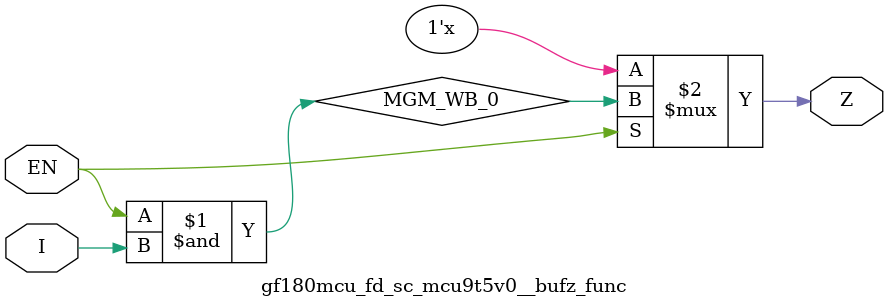
<source format=v>

`ifndef GF180MCU_FD_SC_MCU9T5V0__BUFZ_FUNC_V
`define GF180MCU_FD_SC_MCU9T5V0__BUFZ_FUNC_V

`ifdef USE_POWER_PINS
module gf180mcu_fd_sc_mcu9t5v0__bufz_func( EN, I, Z, VDD, VSS );
inout VDD, VSS;
`else // If not USE_POWER_PINS
module gf180mcu_fd_sc_mcu9t5v0__bufz_func( EN, I, Z );
`endif // If not USE_POWER_PINS
input EN, I;
output Z;

	wire MGM_WB_0;

	wire MGM_WB_1;

	and MGM_BG_0( MGM_WB_0, EN, I );

	not MGM_BG_1( MGM_WB_1, EN );

	bufif0 MGM_BG_2( Z, MGM_WB_0,MGM_WB_1 );

endmodule
`endif // GF180MCU_FD_SC_MCU9T5V0__BUFZ_V

</source>
